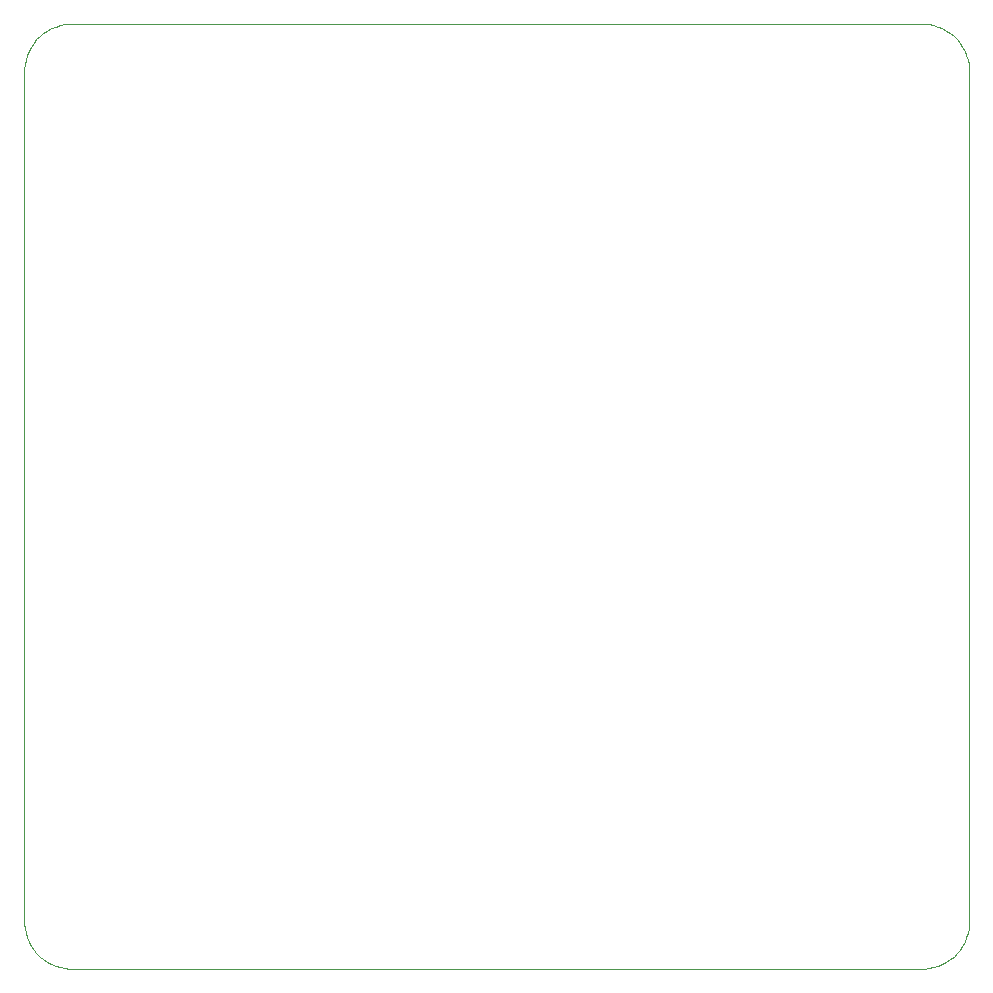
<source format=gbr>
%TF.GenerationSoftware,KiCad,Pcbnew,8.0.1*%
%TF.CreationDate,2024-05-03T08:15:37-04:00*%
%TF.ProjectId,ambiens-sc1,616d6269-656e-4732-9d73-63312e6b6963,rev?*%
%TF.SameCoordinates,Original*%
%TF.FileFunction,Profile,NP*%
%FSLAX46Y46*%
G04 Gerber Fmt 4.6, Leading zero omitted, Abs format (unit mm)*
G04 Created by KiCad (PCBNEW 8.0.1) date 2024-05-03 08:15:37*
%MOMM*%
%LPD*%
G01*
G04 APERTURE LIST*
%TA.AperFunction,Profile*%
%ADD10C,0.100000*%
%TD*%
G04 APERTURE END LIST*
D10*
X125459408Y-122737856D02*
X125737144Y-123015592D01*
X204193447Y-46701628D02*
X204043138Y-46338748D01*
X201397507Y-123932465D02*
X201773372Y-123818447D01*
X124806862Y-121761252D02*
X124992017Y-122107651D01*
X203639767Y-122434234D02*
X203857983Y-122107651D01*
X125737144Y-123015592D02*
X126040766Y-123264767D01*
X201012276Y-44090908D02*
X200621389Y-44052409D01*
X204193447Y-121398372D02*
X204307465Y-121022507D01*
X204384092Y-47462724D02*
X204307465Y-47077493D01*
X124425000Y-120050000D02*
X124427409Y-120246389D01*
X126713748Y-123668138D02*
X127076628Y-123818447D01*
X201773372Y-44281553D02*
X201397507Y-44167535D01*
X203857983Y-122107651D02*
X204043138Y-121761252D01*
X201773372Y-123818447D02*
X202136252Y-123668138D01*
X126367349Y-123482983D02*
X126713748Y-123668138D01*
X203390592Y-45362144D02*
X203112856Y-45084408D01*
X203112856Y-123015592D02*
X203390592Y-122737856D01*
X128425000Y-44050000D02*
X128228611Y-44052409D01*
X204422591Y-120246389D02*
X204425000Y-120050000D01*
X202809234Y-44835233D02*
X202482651Y-44617017D01*
X204043138Y-46338748D02*
X203857983Y-45992349D01*
X127837724Y-124009092D02*
X128228611Y-124047591D01*
X124465908Y-47462724D02*
X124427409Y-47853611D01*
X125459408Y-45362144D02*
X125210233Y-45665766D01*
X200621389Y-44052409D02*
X200425000Y-44050000D01*
X201012276Y-124009092D02*
X201397507Y-123932465D01*
X127452493Y-123932465D02*
X127837724Y-124009092D01*
X124425000Y-48050000D02*
X124425000Y-120050000D01*
X126367349Y-44617017D02*
X126040766Y-44835233D01*
X124427409Y-47853611D02*
X124425000Y-48050000D01*
X203390592Y-122737856D02*
X203639767Y-122434234D01*
X124656553Y-121398372D02*
X124806862Y-121761252D01*
X125737144Y-45084408D02*
X125459408Y-45362144D01*
X124992017Y-45992349D02*
X124806862Y-46338748D01*
X124992017Y-122107651D02*
X125210233Y-122434234D01*
X200425000Y-44050000D02*
X128425000Y-44050000D01*
X202809234Y-123264767D02*
X203112856Y-123015592D01*
X204422591Y-47853611D02*
X204384092Y-47462724D01*
X204307465Y-47077493D02*
X204193447Y-46701628D01*
X125210233Y-122434234D02*
X125459408Y-122737856D01*
X200621389Y-124047591D02*
X201012276Y-124009092D01*
X128228611Y-44052409D02*
X127837724Y-44090908D01*
X126040766Y-123264767D02*
X126367349Y-123482983D01*
X204425000Y-48050000D02*
X204422591Y-47853611D01*
X125210233Y-45665766D02*
X124992017Y-45992349D01*
X200425000Y-124050000D02*
X200621389Y-124047591D01*
X127452493Y-44167535D02*
X127076628Y-44281553D01*
X202482651Y-123482983D02*
X202809234Y-123264767D01*
X204043138Y-121761252D02*
X204193447Y-121398372D01*
X124542535Y-47077493D02*
X124465908Y-47462724D01*
X203112856Y-45084408D02*
X202809234Y-44835233D01*
X204425000Y-120050000D02*
X204425000Y-48050000D01*
X124465908Y-120637276D02*
X124542535Y-121022507D01*
X202482651Y-44617017D02*
X202136252Y-44431862D01*
X203639767Y-45665766D02*
X203390592Y-45362144D01*
X128425000Y-124050000D02*
X200425000Y-124050000D01*
X127076628Y-123818447D02*
X127452493Y-123932465D01*
X126713748Y-44431862D02*
X126367349Y-44617017D01*
X127837724Y-44090908D02*
X127452493Y-44167535D01*
X124542535Y-121022507D02*
X124656553Y-121398372D01*
X126040766Y-44835233D02*
X125737144Y-45084408D01*
X124806862Y-46338748D02*
X124656553Y-46701628D01*
X202136252Y-123668138D02*
X202482651Y-123482983D01*
X201397507Y-44167535D02*
X201012276Y-44090908D01*
X204307465Y-121022507D02*
X204384092Y-120637276D01*
X124427409Y-120246389D02*
X124465908Y-120637276D01*
X124656553Y-46701628D02*
X124542535Y-47077493D01*
X203857983Y-45992349D02*
X203639767Y-45665766D01*
X128228611Y-124047591D02*
X128425000Y-124050000D01*
X127076628Y-44281553D02*
X126713748Y-44431862D01*
X202136252Y-44431862D02*
X201773372Y-44281553D01*
X204384092Y-120637276D02*
X204422591Y-120246389D01*
M02*

</source>
